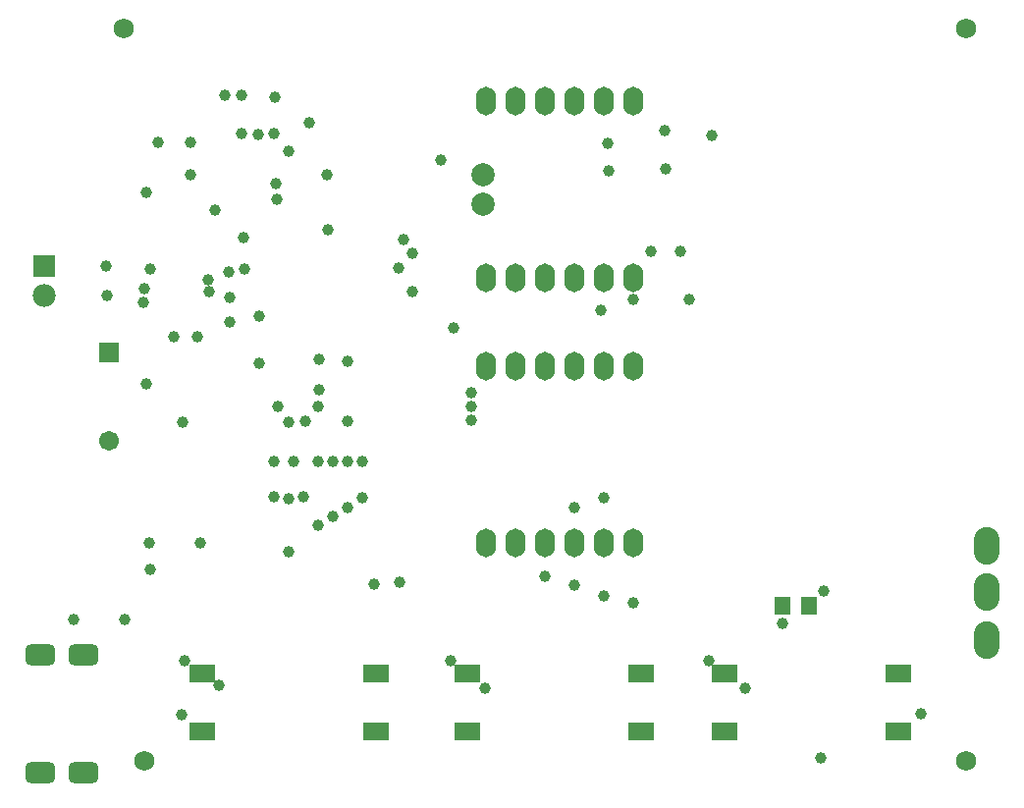
<source format=gbs>
G04*
G04 #@! TF.GenerationSoftware,Altium Limited,Altium Designer,20.2.6 (244)*
G04*
G04 Layer_Color=16711935*
%FSTAX24Y24*%
%MOIN*%
G70*
G04*
G04 #@! TF.SameCoordinates,210E5C92-376B-490F-B415-5E6AA8125FEF*
G04*
G04*
G04 #@! TF.FilePolarity,Negative*
G04*
G01*
G75*
%ADD54O,0.0680X0.0980*%
%ADD55R,0.0780X0.0780*%
%ADD56C,0.0780*%
G04:AMPARAMS|DCode=57|XSize=102.5mil|YSize=71mil|CornerRadius=19.7mil|HoleSize=0mil|Usage=FLASHONLY|Rotation=0.000|XOffset=0mil|YOffset=0mil|HoleType=Round|Shape=RoundedRectangle|*
%AMROUNDEDRECTD57*
21,1,0.1025,0.0315,0,0,0.0*
21,1,0.0630,0.0710,0,0,0.0*
1,1,0.0395,0.0315,-0.0157*
1,1,0.0395,-0.0315,-0.0157*
1,1,0.0395,-0.0315,0.0157*
1,1,0.0395,0.0315,0.0157*
%
%ADD57ROUNDEDRECTD57*%
%ADD58C,0.0680*%
%ADD59R,0.0671X0.0671*%
%ADD60C,0.0671*%
%ADD61O,0.0867X0.1280*%
%ADD62C,0.0789*%
%ADD63C,0.0395*%
%ADD78R,0.0907X0.0631*%
%ADD79R,0.0580X0.0630*%
D54*
X03086Y0184D02*
D03*
X02986D02*
D03*
X02886D02*
D03*
X02786D02*
D03*
X02686D02*
D03*
X02586D02*
D03*
X03086Y0244D02*
D03*
X02986D02*
D03*
X02886D02*
D03*
X02786D02*
D03*
X02686D02*
D03*
X02586D02*
D03*
Y0334D02*
D03*
X02686D02*
D03*
X02786D02*
D03*
X02886D02*
D03*
X02986D02*
D03*
X03086D02*
D03*
X02586Y0274D02*
D03*
X02686D02*
D03*
X02786D02*
D03*
X02886D02*
D03*
X02986D02*
D03*
X03086D02*
D03*
D55*
X01086Y02778D02*
D03*
D56*
X01086Y02678D02*
D03*
D57*
X012167Y014598D02*
D03*
Y010582D02*
D03*
X01071D02*
D03*
Y014598D02*
D03*
D58*
X04216Y03585D02*
D03*
Y011D02*
D03*
X01356Y03585D02*
D03*
X01426Y011D02*
D03*
D59*
X013055Y02485D02*
D03*
D60*
X01306Y02185D02*
D03*
D61*
X04286Y01829D02*
D03*
Y0151D02*
D03*
Y01671D02*
D03*
D62*
X02576Y0309D02*
D03*
Y0299D02*
D03*
D63*
X01875Y03006D02*
D03*
X02999Y03197D02*
D03*
X033513Y032235D02*
D03*
X03Y03102D02*
D03*
X03194Y03108D02*
D03*
X01698Y03359D02*
D03*
X02336Y026913D02*
D03*
Y02821D02*
D03*
X023059Y028701D02*
D03*
X02431Y0314D02*
D03*
X02291Y01706D02*
D03*
X02287Y02772D02*
D03*
X020169Y024631D02*
D03*
X01879Y02302D02*
D03*
X02015Y02303D02*
D03*
X0197Y02253D02*
D03*
X02534Y02302D02*
D03*
Y02256D02*
D03*
X02116Y02253D02*
D03*
X02017Y02358D02*
D03*
X02116Y02455D02*
D03*
X01716Y02672D02*
D03*
X017098Y027592D02*
D03*
X0164Y02731D02*
D03*
X01442Y01839D02*
D03*
X01444Y0175D02*
D03*
X01357Y01578D02*
D03*
X01183Y0158D02*
D03*
X01526Y0254D02*
D03*
X01556Y02248D02*
D03*
X01614Y01838D02*
D03*
X0155Y01257D02*
D03*
X016771Y013545D02*
D03*
X01716Y0259D02*
D03*
X01916Y0199D02*
D03*
X02166Y01993D02*
D03*
X02886Y0196D02*
D03*
X02986Y01993D02*
D03*
X01643Y02691D02*
D03*
X01422Y02657D02*
D03*
X01298Y02678D02*
D03*
X01867Y03352D02*
D03*
X01294Y02778D02*
D03*
X01424Y02701D02*
D03*
X01446Y0277D02*
D03*
X019318Y02116D02*
D03*
X01916Y0181D02*
D03*
X01561Y0144D02*
D03*
X01431Y0238D02*
D03*
X01816Y0245D02*
D03*
Y0261D02*
D03*
X01666Y0297D02*
D03*
X01766Y0277D02*
D03*
X01761Y02875D02*
D03*
X01811Y03225D02*
D03*
X03731Y01675D02*
D03*
X040615Y01259D02*
D03*
X02046Y0309D02*
D03*
X03591Y01565D02*
D03*
X03721Y0111D02*
D03*
X01916Y0225D02*
D03*
X01871Y0306D02*
D03*
X01581Y0309D02*
D03*
X01916Y0317D02*
D03*
X01986Y03265D02*
D03*
X01966Y01995D02*
D03*
X01866D02*
D03*
Y02115D02*
D03*
X03276Y02665D02*
D03*
X03246Y0283D02*
D03*
X03191Y0324D02*
D03*
X03086Y01635D02*
D03*
Y02665D02*
D03*
X02976Y0263D02*
D03*
X02986Y0166D02*
D03*
X03146Y0283D02*
D03*
X02886Y01695D02*
D03*
X01756Y0336D02*
D03*
Y0323D02*
D03*
X02476Y0257D02*
D03*
X02786Y01725D02*
D03*
X01431Y0303D02*
D03*
X01581Y032D02*
D03*
X01471D02*
D03*
X03463Y01346D02*
D03*
X02581Y01345D02*
D03*
X020476Y02903D02*
D03*
X024638Y0144D02*
D03*
X02206Y017D02*
D03*
X03341Y0144D02*
D03*
X02166Y02115D02*
D03*
X02536Y0235D02*
D03*
X02116Y02115D02*
D03*
X02066D02*
D03*
X02016D02*
D03*
X02116Y0196D02*
D03*
X02066Y0193D02*
D03*
X02016Y019D02*
D03*
X01606Y0254D02*
D03*
X01866Y0323D02*
D03*
D78*
X022101Y012D02*
D03*
X01621Y013968D02*
D03*
X022101D02*
D03*
X01621Y012D02*
D03*
X031101D02*
D03*
X02521Y013968D02*
D03*
X031101D02*
D03*
X02521Y012D02*
D03*
X039851D02*
D03*
X03396Y013968D02*
D03*
X039851D02*
D03*
X03396Y012D02*
D03*
D79*
X03681Y01625D02*
D03*
X03591D02*
D03*
M02*

</source>
